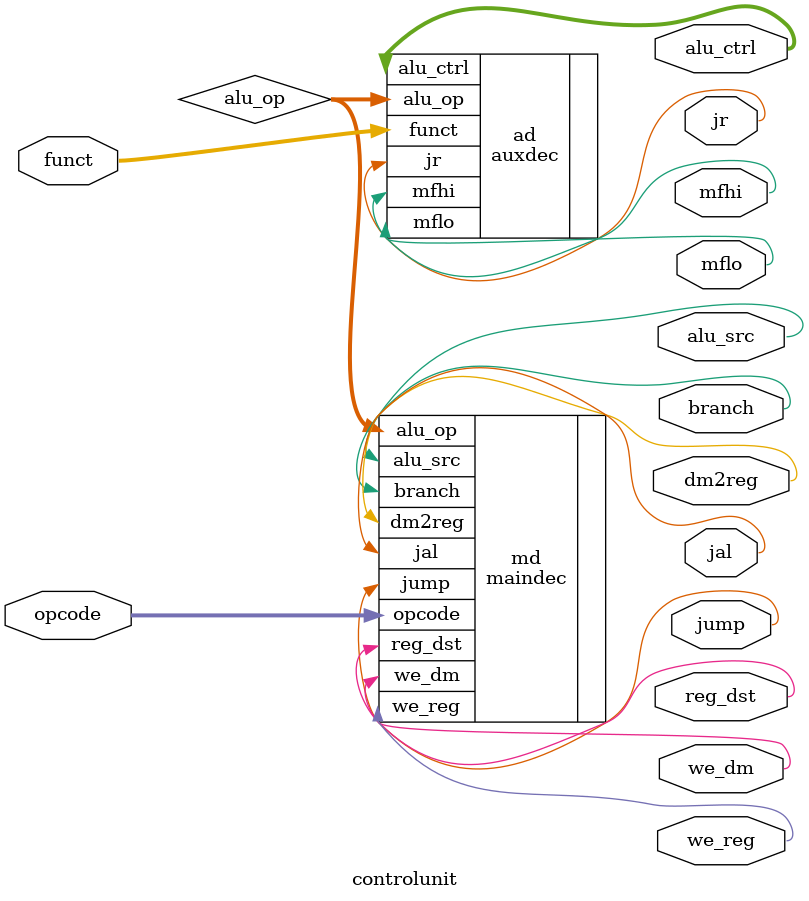
<source format=v>
`timescale 1ns / 1ps 

module controlunit (
        input  wire [5:0]  opcode,
        input  wire [5:0]  funct,
        output wire        branch,
        output wire        jump,
        output wire        reg_dst,
        output wire        we_reg,
        output wire        alu_src,
        output wire        we_dm,
        output wire        dm2reg,
        output wire [3:0]  alu_ctrl, // EDIT: CHANGED NUMBER OF BITS 
        // EDIT: ADDED NEW INPUT AND OUTPUTS 
        output wire        jal,
        output wire        jr,
        output wire        mfhi,
        output wire        mflo
    );
    
    wire [1:0] alu_op;

    // EDIT: ADDED NEW OUTPUT 
    maindec md (
        .opcode         (opcode),
        .branch         (branch),
        .jump           (jump),
        .reg_dst        (reg_dst),
        .we_reg         (we_reg),
        .alu_src        (alu_src),
        .we_dm          (we_dm),
        .dm2reg         (dm2reg),
        .alu_op         (alu_op), 
        .jal            (jal)
    );

    // EDIT: ADDED NEW INPUT AND OUTPUTS 
    auxdec ad (
        .alu_op         (alu_op),
        .funct          (funct),
        .alu_ctrl       (alu_ctrl), 
        .jr             (jr), 
        .mfhi           (mfhi), 
        .mflo           (mflo)
    );

endmodule
</source>
